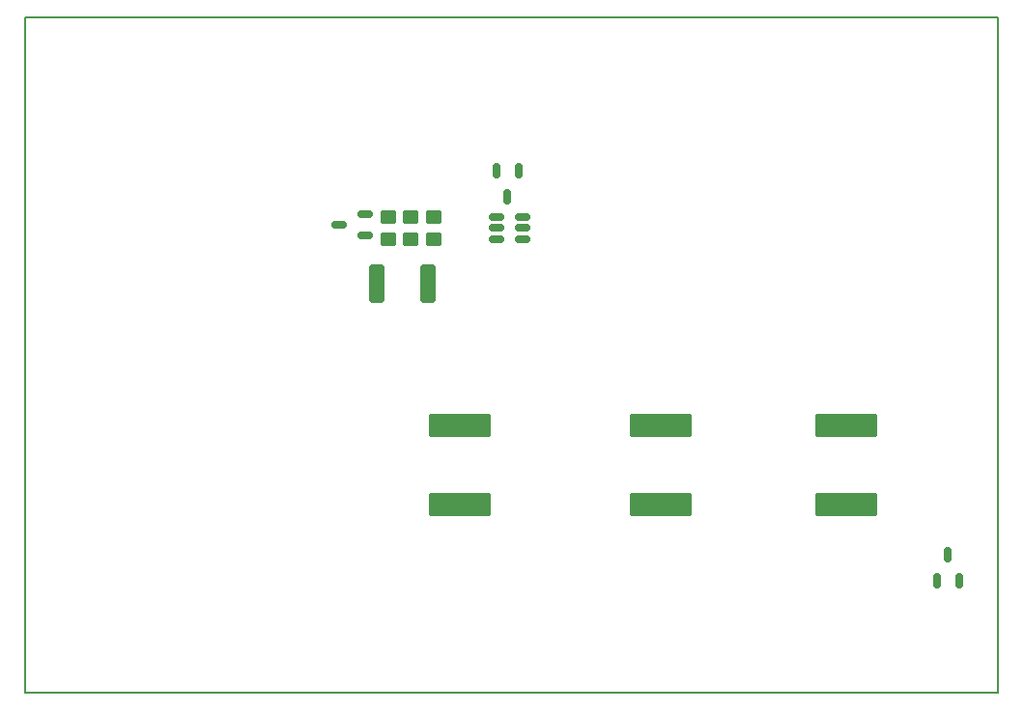
<source format=gtp>
G04 #@! TF.GenerationSoftware,KiCad,Pcbnew,(7.0.0-0)*
G04 #@! TF.CreationDate,2023-04-02T13:15:13+01:00*
G04 #@! TF.ProjectId,AuxBoard,41757842-6f61-4726-942e-6b696361645f,rev?*
G04 #@! TF.SameCoordinates,Original*
G04 #@! TF.FileFunction,Paste,Top*
G04 #@! TF.FilePolarity,Positive*
%FSLAX46Y46*%
G04 Gerber Fmt 4.6, Leading zero omitted, Abs format (unit mm)*
G04 Created by KiCad (PCBNEW (7.0.0-0)) date 2023-04-02 13:15:13*
%MOMM*%
%LPD*%
G01*
G04 APERTURE LIST*
G04 Aperture macros list*
%AMRoundRect*
0 Rectangle with rounded corners*
0 $1 Rounding radius*
0 $2 $3 $4 $5 $6 $7 $8 $9 X,Y pos of 4 corners*
0 Add a 4 corners polygon primitive as box body*
4,1,4,$2,$3,$4,$5,$6,$7,$8,$9,$2,$3,0*
0 Add four circle primitives for the rounded corners*
1,1,$1+$1,$2,$3*
1,1,$1+$1,$4,$5*
1,1,$1+$1,$6,$7*
1,1,$1+$1,$8,$9*
0 Add four rect primitives between the rounded corners*
20,1,$1+$1,$2,$3,$4,$5,0*
20,1,$1+$1,$4,$5,$6,$7,0*
20,1,$1+$1,$6,$7,$8,$9,0*
20,1,$1+$1,$8,$9,$2,$3,0*%
G04 Aperture macros list end*
%ADD10RoundRect,0.250000X0.400000X1.450000X-0.400000X1.450000X-0.400000X-1.450000X0.400000X-1.450000X0*%
%ADD11RoundRect,0.250001X-2.474999X0.799999X-2.474999X-0.799999X2.474999X-0.799999X2.474999X0.799999X0*%
%ADD12RoundRect,0.250000X0.450000X-0.350000X0.450000X0.350000X-0.450000X0.350000X-0.450000X-0.350000X0*%
%ADD13RoundRect,0.150000X-0.150000X0.512500X-0.150000X-0.512500X0.150000X-0.512500X0.150000X0.512500X0*%
%ADD14RoundRect,0.150000X0.512500X0.150000X-0.512500X0.150000X-0.512500X-0.150000X0.512500X-0.150000X0*%
%ADD15RoundRect,0.250001X2.474999X-0.799999X2.474999X0.799999X-2.474999X0.799999X-2.474999X-0.799999X0*%
%ADD16RoundRect,0.150000X-0.512500X-0.150000X0.512500X-0.150000X0.512500X0.150000X-0.512500X0.150000X0*%
%ADD17RoundRect,0.250000X-0.450000X0.350000X-0.450000X-0.350000X0.450000X-0.350000X0.450000X0.350000X0*%
%ADD18RoundRect,0.150000X0.150000X-0.512500X0.150000X0.512500X-0.150000X0.512500X-0.150000X-0.512500X0*%
G04 #@! TA.AperFunction,Profile*
%ADD19C,0.200000*%
G04 #@! TD*
G04 APERTURE END LIST*
D10*
X140025000Y-73100000D03*
X135575000Y-73100000D03*
D11*
X160400000Y-85525000D03*
X160400000Y-92475000D03*
D12*
X140500000Y-69200000D03*
X140500000Y-67200000D03*
D13*
X147950000Y-63162500D03*
X146050000Y-63162500D03*
X147000000Y-65437500D03*
D14*
X134537500Y-68850000D03*
X134537500Y-66950000D03*
X132262500Y-67900000D03*
D15*
X176700000Y-92475000D03*
X176700000Y-85525000D03*
D16*
X146062500Y-67250000D03*
X146062500Y-68200000D03*
X146062500Y-69150000D03*
X148337500Y-69150000D03*
X148337500Y-68200000D03*
X148337500Y-67250000D03*
D15*
X142800000Y-92475000D03*
X142800000Y-85525000D03*
D17*
X136550000Y-67200000D03*
X136550000Y-69200000D03*
D18*
X184650000Y-99137500D03*
X186550000Y-99137500D03*
X185600000Y-96862500D03*
D12*
X138500000Y-69200000D03*
X138500000Y-67200000D03*
D19*
X104750000Y-49750000D02*
X190000000Y-49750000D01*
X190000000Y-49750000D02*
X190000000Y-109000000D01*
X190000000Y-109000000D02*
X104750000Y-109000000D01*
X104750000Y-109000000D02*
X104750000Y-49750000D01*
M02*

</source>
